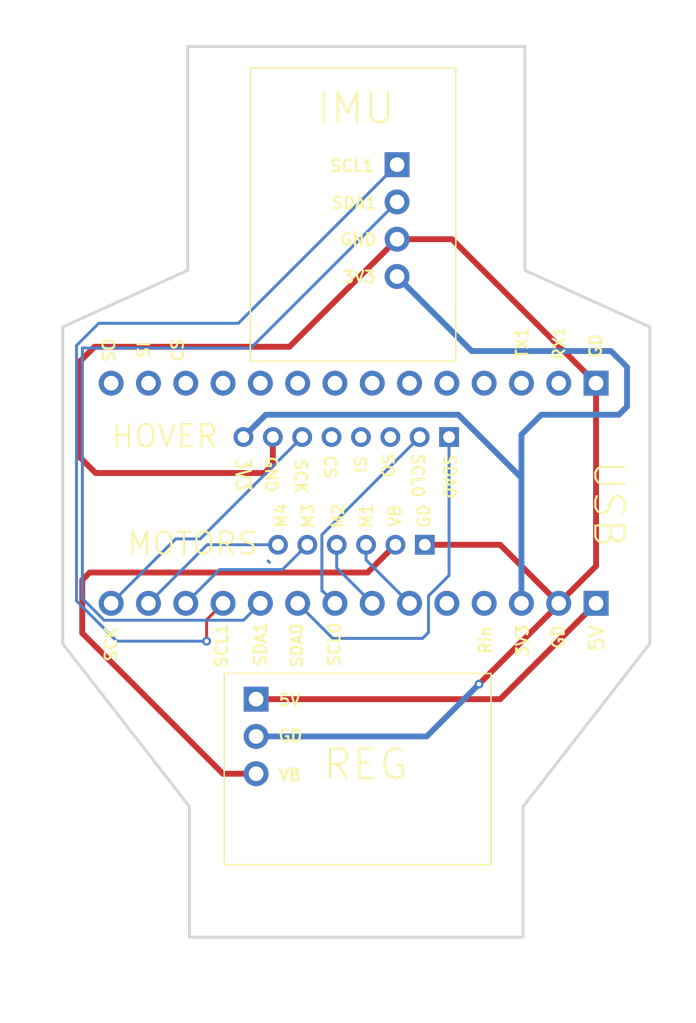
<source format=kicad_pcb>
(kicad_pcb (version 20241229) (generator "pcbnew") (generator_version "9.0")
  (layers (0 "F.Cu" signal) (2 "B.Cu" signal) (13 "F.Paste" user) (15 "B.Paste" user) (5 "F.SilkS" user "F.Silkscreen") (7 "B.SilkS" user "B.Silkscreen") (1 "F.Mask" user) (3 "B.Mask" user) (25 "Edge.Cuts" user))
  (net 0 "")
  (net 1 "/CS")
  (net 2 "/MOSI")
  (net 4 "/GND")
  (net 6 "/MISO")
  (net 7 "/3V3")
  (net 9 "/SCK")
  (net 10 "/RX1")
  (net 16 "/TX1")
  (net 17 "/5V")
  (net 18 "/SCL1")
  (net 19 "/SDA0")
  (net 20 "/SDA1")
  (net 21 "/SCL0")
  (net 22 "/VBAT")
  (net 23 "/M3")
  (net 24 "/M2")
  (net 25 "/M1")
  (net 26 "/M4")
  (net 28 "/Rin")
  (footprint "MountingHole:MountingHole_2.5mm" (layer "F.Cu") (at 136.75 60)
    (property "Reference" "H1" (hide yes))
    (property "Value" "MountingHole" (hide yes))
    (pad "" np_thru_hole circle (at 0 0) (size 2.5 2.5) (drill 2.5) (layers "*.Cu" "*.Mask"))
  )
  (footprint "Connector_PinHeader_2.00mm:PinHeader_1x06_P2.00mm_Vertical" (layer "F.Cu") (at 150.34 87.26 -90)
    (property "Reference" "J5" (hide yes))
    (property "Value" "Conn_01x06_Pin" (hide yes))
    (pad "1" thru_hole rect (at 0 0 270) (size 1.35 1.35) (drill 0.8) (layers "*.Cu" "*.Mask") (net 4 "/GND"))
    (pad "2" thru_hole circle (at 0 2 270) (size 1.35 1.35) (drill 0.8) (layers "*.Cu" "*.Mask") (net 22 "/VBAT"))
    (pad "3" thru_hole circle (at 0 4 270) (size 1.35 1.35) (drill 0.8) (layers "*.Cu" "*.Mask") (net 25 "/M1"))
    (pad "4" thru_hole circle (at 0 6 270) (size 1.35 1.35) (drill 0.8) (layers "*.Cu" "*.Mask") (net 24 "/M2"))
    (pad "5" thru_hole circle (at 0 8 270) (size 1.35 1.35) (drill 0.8) (layers "*.Cu" "*.Mask") (net 23 "/M3"))
    (pad "6" thru_hole circle (at 0 10 270) (size 1.35 1.35) (drill 0.8) (layers "*.Cu" "*.Mask") (net 26 "/M4"))
  )
  (footprint "MountingHole:MountingHole_2.5mm" (layer "F.Cu") (at 152.8 112.02)
    (property "Reference" "H3" (hide yes))
    (property "Value" "MountingHole" (hide yes))
    (pad "" np_thru_hole circle (at -0.125 0) (size 2.5 2.5) (drill 2.5) (layers "*.Cu" "*.Mask"))
  )
  (footprint "Connector_PinHeader_2.54mm:PinHeader_1x03_P2.54mm_Vertical" (layer "F.Cu") (at 138.85 97.78)
    (property "Reference" "J4" (hide yes))
    (property "Value" "Conn_01x03_Socket" (hide yes))
    (pad "1" thru_hole rect (at 0 0) (size 1.7 1.7) (drill 1) (layers "*.Cu" "*.Mask") (net 17 "/5V"))
    (pad "2" thru_hole circle (at 0 2.54) (size 1.7 1.7) (drill 1) (layers "*.Cu" "*.Mask") (net 4 "/GND"))
    (pad "3" thru_hole circle (at 0 5.08) (size 1.7 1.7) (drill 1) (layers "*.Cu" "*.Mask") (net 22 "/VBAT"))
  )
  (footprint "Connector_PinSocket_2.54mm:PinSocket_1x14_P2.54mm_Vertical" (layer "F.Cu") (at 162 76.25 -90)
    (property "Reference" "J1" (hide yes))
    (property "Value" "Conn_01x14_Socket" (hide yes))
    (pad "1" thru_hole rect (at 0 0 270) (size 1.7 1.7) (drill 1) (layers "*.Cu" "*.Mask") (net 4 "/GND"))
    (pad "2" thru_hole circle (at 0 2.54 270) (size 1.7 1.7) (drill 1) (layers "*.Cu" "*.Mask") (net 10 "/RX1"))
    (pad "3" thru_hole circle (at 0 5.08 270) (size 1.7 1.7) (drill 1) (layers "*.Cu" "*.Mask") (net 16 "/TX1"))
    (pad "4" thru_hole circle (at 0 7.62 270) (size 1.7 1.7) (drill 1) (layers "*.Cu" "*.Mask"))
    (pad "5" thru_hole circle (at 0 10.16 270) (size 1.7 1.7) (drill 1) (layers "*.Cu" "*.Mask"))
    (pad "6" thru_hole circle (at 0 12.7 270) (size 1.7 1.7) (drill 1) (layers "*.Cu" "*.Mask"))
    (pad "7" thru_hole circle (at 0 15.24 270) (size 1.7 1.7) (drill 1) (layers "*.Cu" "*.Mask"))
    (pad "8" thru_hole circle (at 0 17.78 270) (size 1.7 1.7) (drill 1) (layers "*.Cu" "*.Mask"))
    (pad "9" thru_hole circle (at 0 20.32 270) (size 1.7 1.7) (drill 1) (layers "*.Cu" "*.Mask"))
    (pad "10" thru_hole circle (at 0 22.86 270) (size 1.7 1.7) (drill 1) (layers "*.Cu" "*.Mask"))
    (pad "11" thru_hole circle (at 0 25.4 270) (size 1.7 1.7) (drill 1) (layers "*.Cu" "*.Mask"))
    (pad "12" thru_hole circle (at 0 27.94 270) (size 1.7 1.7) (drill 1) (layers "*.Cu" "*.Mask") (net 1 "/CS"))
    (pad "13" thru_hole circle (at 0 30.48 270) (size 1.7 1.7) (drill 1) (layers "*.Cu" "*.Mask") (net 2 "/MOSI"))
    (pad "14" thru_hole circle (at 0 33.02 270) (size 1.7 1.7) (drill 1) (layers "*.Cu" "*.Mask") (net 6 "/MISO"))
  )
  (footprint "Connector_PinHeader_2.54mm:PinHeader_1x04_P2.54mm_Vertical" (layer "F.Cu") (at 148.45 61.36)
    (property "Reference" "J3" (hide yes))
    (property "Value" "Conn_01x04_Socket" (hide yes))
    (pad "1" thru_hole rect (at 0 0) (size 1.7 1.7) (drill 1) (layers "*.Cu" "*.Mask") (net 18 "/SCL1"))
    (pad "2" thru_hole circle (at 0 2.54) (size 1.7 1.7) (drill 1) (layers "*.Cu" "*.Mask") (net 20 "/SDA1"))
    (pad "3" thru_hole circle (at 0 5.08) (size 1.7 1.7) (drill 1) (layers "*.Cu" "*.Mask") (net 4 "/GND"))
    (pad "4" thru_hole circle (at 0 7.62) (size 1.7 1.7) (drill 1) (layers "*.Cu" "*.Mask") (net 7 "/3V3"))
  )
  (footprint "Connector_PinSocket_2.00mm:PinSocket_1x08_P2.00mm_Vertical" (layer "F.Cu") (at 151.99 79.92 -90)
    (property "Reference" "J7" (hide yes))
    (property "Value" "Conn_01x08_Pin" (hide yes))
    (pad "1" thru_hole rect (at 0 0 270) (size 1.35 1.35) (drill 0.8) (layers "*.Cu" "*.Mask") (net 19 "/SDA0"))
    (pad "2" thru_hole circle (at 0 2 270) (size 1.35 1.35) (drill 0.8) (layers "*.Cu" "*.Mask") (net 21 "/SCL0"))
    (pad "3" thru_hole circle (at 0 4 270) (size 1.35 1.35) (drill 0.8) (layers "*.Cu" "*.Mask") (net 6 "/MISO"))
    (pad "4" thru_hole circle (at 0 6 270) (size 1.35 1.35) (drill 0.8) (layers "*.Cu" "*.Mask") (net 2 "/MOSI"))
    (pad "5" thru_hole circle (at 0 8 270) (size 1.35 1.35) (drill 0.8) (layers "*.Cu" "*.Mask") (net 1 "/CS"))
    (pad "6" thru_hole circle (at 0 10 270) (size 1.35 1.35) (drill 0.8) (layers "*.Cu" "*.Mask") (net 9 "/SCK"))
    (pad "7" thru_hole circle (at 0 12 270) (size 1.35 1.35) (drill 0.8) (layers "*.Cu" "*.Mask") (net 4 "/GND"))
    (pad "8" thru_hole circle (at 0 14 270) (size 1.35 1.35) (drill 0.8) (layers "*.Cu" "*.Mask") (net 7 "/3V3"))
  )
  (footprint "Connector_PinSocket_2.54mm:PinSocket_1x14_P2.54mm_Vertical" (layer "F.Cu") (at 162 91.25 -90)
    (property "Reference" "J2" (hide yes))
    (property "Value" "Conn_01x14_Socket" (hide yes))
    (pad "1" thru_hole rect (at 0 0 270) (size 1.7 1.7) (drill 1) (layers "*.Cu" "*.Mask") (net 17 "/5V"))
    (pad "2" thru_hole circle (at 0 2.54 270) (size 1.7 1.7) (drill 1) (layers "*.Cu" "*.Mask") (net 4 "/GND"))
    (pad "3" thru_hole circle (at 0 5.08 270) (size 1.7 1.7) (drill 1) (layers "*.Cu" "*.Mask") (net 7 "/3V3"))
    (pad "4" thru_hole circle (at 0 7.62 270) (size 1.7 1.7) (drill 1) (layers "*.Cu" "*.Mask") (net 28 "/Rin"))
    (pad "5" thru_hole circle (at 0 10.16 270) (size 1.7 1.7) (drill 1) (layers "*.Cu" "*.Mask"))
    (pad "6" thru_hole circle (at 0 12.7 270) (size 1.7 1.7) (drill 1) (layers "*.Cu" "*.Mask") (net 25 "/M1"))
    (pad "7" thru_hole circle (at 0 15.24 270) (size 1.7 1.7) (drill 1) (layers "*.Cu" "*.Mask") (net 24 "/M2"))
    (pad "8" thru_hole circle (at 0 17.78 270) (size 1.7 1.7) (drill 1) (layers "*.Cu" "*.Mask") (net 21 "/SCL0"))
    (pad "9" thru_hole circle (at 0 20.32 270) (size 1.7 1.7) (drill 1) (layers "*.Cu" "*.Mask") (net 19 "/SDA0"))
    (pad "10" thru_hole circle (at 0 22.86 270) (size 1.7 1.7) (drill 1) (layers "*.Cu" "*.Mask") (net 20 "/SDA1"))
    (pad "11" thru_hole circle (at 0 25.4 270) (size 1.7 1.7) (drill 1) (layers "*.Cu" "*.Mask") (net 18 "/SCL1"))
    (pad "12" thru_hole circle (at 0 27.94 270) (size 1.7 1.7) (drill 1) (layers "*.Cu" "*.Mask") (net 23 "/M3"))
    (pad "13" thru_hole circle (at 0 30.48 270) (size 1.7 1.7) (drill 1) (layers "*.Cu" "*.Mask") (net 26 "/M4"))
    (pad "14" thru_hole circle (at 0 33.02 270) (size 1.7 1.7) (drill 1) (layers "*.Cu" "*.Mask") (net 9 "/SCK"))
  )
  (footprint "MountingHole:MountingHole_2.5mm" (layer "F.Cu") (at 154.75 60)
    (property "Reference" "H2" (hide yes))
    (property "Value" "MountingHole" (hide yes))
    (pad "" np_thru_hole circle (at -0.125 0) (size 2.5 2.5) (drill 2.5) (layers "*.Cu" "*.Mask"))
  )
  (footprint "MountingHole:MountingHole_2.5mm" (layer "F.Cu") (at 139.3 112.02)
    (property "Reference" "H4" (hide yes))
    (property "Value" "MountingHole" (hide yes))
    (pad "" np_thru_hole circle (at 0 0) (size 2.5 2.5) (drill 2.5) (layers "*.Cu" "*.Mask"))
  )
  (gr_rect (start 138.45 54.76) (end 152.45 74.76) (stroke (width 0.1)) (fill no) (layer "F.SilkS"))
  (gr_rect (start 136.68 96.03) (end 154.85 109.05) (stroke (width 0.1)) (fill no) (layer "F.SilkS"))
  (gr_line (start 134.31 114) (end 157.03 114) (stroke (width 0.2)) (layer "Edge.Cuts"))
  (gr_line (start 134.19 68.56) (end 125.68 72.42) (stroke (width 0.2)) (layer "Edge.Cuts"))
  (gr_line (start 134.19 53.31) (end 134.19 68.56) (stroke (width 0.2)) (layer "Edge.Cuts"))
  (gr_line (start 165.66 94) (end 157.03 105.099139) (stroke (width 0.2)) (layer "Edge.Cuts"))
  (gr_line (start 165.66 72.42) (end 165.66 94) (stroke (width 0.2)) (layer "Edge.Cuts"))
  (gr_line (start 125.68 94) (end 134.31 105.099139) (stroke (width 0.2)) (layer "Edge.Cuts"))
  (gr_line (start 157.15 53.31) (end 157.15 68.56) (stroke (width 0.2)) (layer "Edge.Cuts"))
  (gr_line (start 125.68 72.42) (end 125.68 94) (stroke (width 0.2)) (layer "Edge.Cuts"))
  (gr_line (start 134.19 53.31) (end 157.15 53.31) (stroke (width 0.2)) (layer "Edge.Cuts"))
  (gr_line (start 157.03 105.099139) (end 157.03 114) (stroke (width 0.2)) (layer "Edge.Cuts"))
  (gr_line (start 134.31 105.099139) (end 134.31 114) (stroke (width 0.2)) (layer "Edge.Cuts"))
  (gr_line (start 157.15 68.56) (end 165.66 72.42) (stroke (width 0.2)) (layer "Edge.Cuts"))
  (gr_text "SCK" (at 129.44 95.3 90) (layer "F.SilkS") (effects (font (size 0.8 0.8)) (justify left bottom)))
  (gr_text "SDA0" (at 142.1 95.73 90) (layer "F.SilkS") (effects (font (size 0.8 0.8)) (justify left bottom)))
  (gr_text "3V3" (at 157.46 95.02 90) (layer "F.SilkS") (effects (font (size 0.8 0.8)) (justify left bottom)))
  (gr_text "GND" (at 139.41 81.15 270) (layer "F.SilkS") (effects (font (size 0.8 0.8)) (justify left bottom)))
  (gr_text "SCL0" (at 144.64 95.63 90) (layer "F.SilkS") (effects (font (size 0.8 0.8)) (justify left bottom)))
  (gr_text "SI" (at 145.45 81.14 270) (layer "F.SilkS") (effects (font (size 0.8 0.8)) (justify left bottom)))
  (gr_text "CS" (at 133.975 74.875 90) (layer "F.SilkS") (effects (font (size 0.8 0.8)) (justify left bottom)))
  (gr_text "USB" (at 161.7 81.375 270) (layer "F.SilkS") (effects (font (size 2 2)) (justify left bottom)))
  (gr_text "M3" (at 142.86 86.23 90) (layer "F.SilkS") (effects (font (size 0.8 0.8)) (justify left bottom)))
  (gr_text "SCL1" (at 143.81 61.91 0) (layer "F.SilkS") (effects (font (size 0.8 0.8)) (justify left bottom)))
  (gr_text "3V3" (at 137.37 81.27 270) (layer "F.SilkS") (effects (font (size 1 0.8)) (justify left bottom)))
  (gr_text "VB" (at 140.31 103.42 0) (layer "F.SilkS") (effects (font (size 0.8 0.8)) (justify left bottom)))
  (gr_text "SDA1" (at 143.93 64.45 0) (layer "F.SilkS") (effects (font (size 0.8 0.8)) (justify left bottom)))
  (gr_text "RX1" (at 159.95 74.77 90) (layer "F.SilkS") (effects (font (size 0.8 0.8)) (justify left bottom)))
  (gr_text "GD" (at 162.44 74.61 90) (layer "F.SilkS") (effects (font (size 0.8 0.8)) (justify left bottom)))
  (gr_text "TX1" (at 157.44 74.66 90) (layer "F.SilkS") (effects (font (size 0.8 0.8)) (justify left bottom)))
  (gr_text "SI" (at 131.675 74.65 90) (layer "F.SilkS") (effects (font (size 0.8 0.8)) (justify left bottom)))
  (gr_text "SCL0" (at 149.38 80.95 270) (layer "F.SilkS") (effects (font (size 0.8 0.8)) (justify left bottom)))
  (gr_text "REG" (at 143.31 103.39 0) (layer "F.SilkS") (effects (font (size 2 2)) (justify left bottom)))
  (gr_text "SCK" (at 141.41 81.33 270) (layer "F.SilkS") (effects (font (size 0.8 0.8)) (justify left bottom)))
  (gr_text "GD" (at 150.75 86.21 90) (layer "F.SilkS") (effects (font (size 0.8 0.8)) (justify left bottom)))
  (gr_text "SDA1" (at 139.62 95.63 90) (layer "F.SilkS") (effects (font (size 0.8 0.8)) (justify left bottom)))
  (gr_text "VB" (at 148.77 86.13 90) (layer "F.SilkS") (effects (font (size 0.8 0.8)) (justify left bottom)))
  (gr_text "5V" (at 140.31 98.34 0) (layer "F.SilkS") (effects (font (size 0.8 0.8)) (justify left bottom)))
  (gr_text "CS" (at 143.42 81.07 270) (layer "F.SilkS") (effects (font (size 0.8 0.8)) (justify left bottom)))
  (gr_text "GD" (at 140.29 100.75 0) (layer "F.SilkS") (effects (font (size 0.8 0.8)) (justify left bottom)))
  (gr_text "3V3" (at 144.67 69.48 0) (layer "F.SilkS") (effects (font (size 0.8 0.8)) (justify left bottom)))
  (gr_text "SO" (at 129.3 74.9 90) (layer "F.SilkS") (effects (font (size 0.8 0.8)) (justify left bottom)))
  (gr_text "GND" (at 144.49 66.94 0) (layer "F.SilkS") (effects (font (size 0.8 0.8)) (justify left bottom)))
  (gr_text "5V" (at 162.625 94.625 90) (layer "F.SilkS") (effects (font (size 1 1)) (justify left bottom)))
  (gr_text "M4" (at 141.035 86.215 90) (layer "F.SilkS") (effects (font (size 0.8 0.8)) (justify left bottom)))
  (gr_text "IMU" (at 142.87 58.69 0) (layer "F.SilkS") (effects (font (size 2 2)) (justify left bottom)))
  (gr_text "GD" (at 159.9 94.44 90) (layer "F.SilkS") (effects (font (size 0.8 0.8)) (justify left bottom)))
  (gr_text "HOVER" (at 128.89 80.74 0) (layer "F.SilkS") (effects (font (size 1.5 1.5)) (justify left bottom)))
  (gr_text "M2" (at 144.89 86.23 90) (layer "F.SilkS") (effects (font (size 0.8 0.8)) (justify left bottom)))
  (gr_text "Rin" (at 154.93 94.8 90) (layer "F.SilkS") (effects (font (size 0.8 0.8)) (justify left bottom)))
  (gr_text "SO" (at 147.33 80.95 270) (layer "F.SilkS") (effects (font (size 0.8 0.8)) (justify left bottom)))
  (gr_text "SCL1" (at 136.97 95.71 90) (layer "F.SilkS") (effects (font (size 0.8 0.8)) (justify left bottom)))
  (gr_text "MOTORS" (at 129.975 88.055 0) (layer "F.SilkS") (effects (font (size 1.5 1.5)) (justify left bottom)))
  (gr_text "M1" (at 146.84 86.23 90) (layer "F.SilkS") (effects (font (size 0.8 0.8)) (justify left bottom)))
  (gr_text "SDA0" (at 151.54 81 270) (layer "F.SilkS") (effects (font (size 0.8 0.8)) (justify left bottom)))
  (segment (start 139.667997 88.365) (end 139.757997 88.455) (width 0.2) (layer "B.Cu") (net 0))
  (segment (start 162 76.25) (end 162 88.71) (width 0.4) (layer "F.Cu") (net 4))
  (segment (start 148.45 66.44) (end 141.12 73.77) (width 0.4) (layer "F.Cu") (net 4))
  (segment (start 140.03 81.76) (end 139.99 81.72) (width 0.4) (layer "F.Cu") (net 4))
  (segment (start 141.12 73.77) (end 127.85 73.77) (width 0.4) (layer "F.Cu") (net 4))
  (segment (start 139.42 82.37) (end 140.03 81.76) (width 0.4) (layer "F.Cu") (net 4))
  (segment (start 139.99 81.72) (end 139.99 79.92) (width 0.4) (layer "F.Cu") (net 4))
  (segment (start 127.85 73.77) (end 126.84 74.78) (width 0.4) (layer "F.Cu") (net 4))
  (segment (start 126.84 74.78) (end 126.84 81.29) (width 0.4) (layer "F.Cu") (net 4))
  (segment (start 162 88.71) (end 159.46 91.25) (width 0.4) (layer "F.Cu") (net 4))
  (segment (start 159.46 91.33) (end 154.23 96.56) (width 0.4) (layer "F.Cu") (net 4))
  (segment (start 155.47 87.26) (end 150.34 87.26) (width 0.4) (layer "F.Cu") (net 4))
  (segment (start 148.45 66.44) (end 152.19 66.44) (width 0.4) (layer "F.Cu") (net 4))
  (segment (start 126.84 81.29) (end 127.92 82.37) (width 0.4) (layer "F.Cu") (net 4))
  (segment (start 152.19 66.44) (end 162 76.25) (width 0.4) (layer "F.Cu") (net 4))
  (segment (start 127.92 82.37) (end 139.42 82.37) (width 0.4) (layer "F.Cu") (net 4))
  (segment (start 159.46 91.25) (end 159.46 91.33) (width 0.4) (layer "F.Cu") (net 4))
  (segment (start 159.46 91.25) (end 155.47 87.26) (width 0.4) (layer "F.Cu") (net 4))
  (via (at 154.03 96.76) (size 0.6) (drill 0.3) (layers "F.Cu" "B.Cu") (net 4))
  (segment (start 138.85 100.32) (end 150.47 100.32) (width 0.4) (layer "B.Cu") (net 4))
  (segment (start 150.47 100.32) (end 154.03 96.76) (width 0.4) (layer "B.Cu") (net 4))
  (segment (start 163.55 78.4) (end 158.27 78.4) (width 0.4) (layer "B.Cu") (net 7))
  (segment (start 158.27 78.4) (end 156.92 79.75) (width 0.4) (layer "B.Cu") (net 7))
  (segment (start 139.51 78.4) (end 152.622 78.4) (width 0.4) (layer "B.Cu") (net 7))
  (segment (start 137.99 79.92) (end 139.51 78.4) (width 0.4) (layer "B.Cu") (net 7))
  (segment (start 156.92 82.698) (end 156.92 91.25) (width 0.4) (layer "B.Cu") (net 7))
  (segment (start 156.92 79.75) (end 156.92 82.698) (width 0.4) (layer "B.Cu") (net 7))
  (segment (start 152.622 78.4) (end 156.92 82.698) (width 0.4) (layer "B.Cu") (net 7))
  (segment (start 153.53 74.06) (end 163.02 74.06) (width 0.4) (layer "B.Cu") (net 7))
  (segment (start 148.45 68.98) (end 153.53 74.06) (width 0.4) (layer "B.Cu") (net 7))
  (segment (start 163.02 74.06) (end 164.11 75.15) (width 0.4) (layer "B.Cu") (net 7))
  (segment (start 164.11 77.84) (end 163.55 78.4) (width 0.4) (layer "B.Cu") (net 7))
  (segment (start 164.11 75.15) (end 164.11 77.84) (width 0.4) (layer "B.Cu") (net 7))
  (segment (start 133.371 86.859) (end 135.051 86.859) (width 0.2) (layer "B.Cu") (net 9))
  (segment (start 135.051 86.859) (end 141.99 79.92) (width 0.2) (layer "B.Cu") (net 9))
  (segment (start 128.98 91.25) (end 133.371 86.859) (width 0.2) (layer "B.Cu") (net 9))
  (segment (start 162 91.25) (end 155.47 97.78) (width 0.4) (layer "F.Cu") (net 17))
  (segment (start 155.47 97.78) (end 138.85 97.78) (width 0.4) (layer "F.Cu") (net 17))
  (segment (start 135.48 93.83) (end 135.48 92.37) (width 0.2) (layer "F.Cu") (net 18))
  (segment (start 135.48 92.37) (end 136.6 91.25) (width 0.2) (layer "F.Cu") (net 18))
  (via (at 135.48 93.83) (size 0.6) (drill 0.3) (layers "F.Cu" "B.Cu") (net 18))
  (segment (start 137.64 72.17) (end 128.1329 72.17) (width 0.2) (layer "B.Cu") (net 18))
  (segment (start 148.45 61.36) (end 137.64 72.17) (width 0.2) (layer "B.Cu") (net 18))
  (segment (start 128.1329 72.17) (end 126.619 73.6839) (width 0.2) (layer "B.Cu") (net 18))
  (segment (start 126.619 73.6839) (end 126.619 91.08386) (width 0.2) (layer "B.Cu") (net 18))
  (segment (start 126.619 91.08386) (end 129.36514 93.83) (width 0.2) (layer "B.Cu") (net 18))
  (segment (start 129.36514 93.83) (end 135.48 93.83) (width 0.2) (layer "B.Cu") (net 18))
  (segment (start 144.07 93.64) (end 150.18288 93.64) (width 0.2) (layer "B.Cu") (net 19))
  (segment (start 150.59 90.74712) (end 151.99 89.34712) (width 0.2) (layer "B.Cu") (net 19))
  (segment (start 151.99 89.34712) (end 151.99 79.92) (width 0.2) (layer "B.Cu") (net 19))
  (segment (start 141.68 91.25) (end 144.07 93.64) (width 0.2) (layer "B.Cu") (net 19))
  (segment (start 150.59 93.23288) (end 150.59 90.74712) (width 0.2) (layer "B.Cu") (net 19))
  (segment (start 150.18288 93.64) (end 150.59 93.23288) (width 0.2) (layer "B.Cu") (net 19))
  (segment (start 148.45 63.9) (end 138.5 73.85) (width 0.2) (layer "B.Cu") (net 20))
  (segment (start 128.50324 92.401) (end 137.989 92.401) (width 0.2) (layer "B.Cu") (net 20))
  (segment (start 127.02 90.91776) (end 128.50324 92.401) (width 0.2) (layer "B.Cu") (net 20))
  (segment (start 138.5 73.85) (end 127.02 73.85) (width 0.2) (layer "B.Cu") (net 20))
  (segment (start 127.02 73.85) (end 127.02 90.91776) (width 0.2) (layer "B.Cu") (net 20))
  (segment (start 137.989 92.401) (end 139.14 91.25) (width 0.2) (layer "B.Cu") (net 20))
  (segment (start 143.33 86.566) (end 143.33 90.414) (width 0.2) (layer "B.Cu") (net 21))
  (segment (start 149.99 79.92) (end 143.364 86.546) (width 0.2) (layer "B.Cu") (net 21))
  (segment (start 143.364 90.394) (end 144.22 91.25) (width 0.2) (layer "B.Cu") (net 21))
  (segment (start 146.45 89.15) (end 127.52 89.15) (width 0.4) (layer "F.Cu") (net 22))
  (segment (start 148.34 87.26) (end 146.45 89.15) (width 0.4) (layer "F.Cu") (net 22))
  (segment (start 136.59 102.86) (end 138.85 102.86) (width 0.4) (layer "F.Cu") (net 22))
  (segment (start 127.52 89.15) (end 127.01 89.66) (width 0.4) (layer "F.Cu") (net 22))
  (segment (start 127.01 93.28) (end 136.59 102.86) (width 0.4) (layer "F.Cu") (net 22))
  (segment (start 127.01 89.66) (end 127.01 93.28) (width 0.4) (layer "F.Cu") (net 22))
  (segment (start 136.36 88.95) (end 134.06 91.25) (width 0.2) (layer "B.Cu") (net 23))
  (segment (start 140.65 88.95) (end 136.36 88.95) (width 0.2) (layer "B.Cu") (net 23))
  (segment (start 142.34 87.26) (end 140.65 88.95) (width 0.2) (layer "B.Cu") (net 23))
  (segment (start 144.34 87.26) (end 144.34 88.83) (width 0.2) (layer "B.Cu") (net 24))
  (segment (start 144.34 88.83) (end 146.76 91.25) (width 0.2) (layer "B.Cu") (net 24))
  (segment (start 146.34 87.26) (end 146.34 88.29) (width 0.2) (layer "B.Cu") (net 25))
  (segment (start 146.34 88.29) (end 149.3 91.25) (width 0.2) (layer "B.Cu") (net 25))
  (segment (start 140.34 87.26) (end 135.51 87.26) (width 0.2) (layer "B.Cu") (net 26))
  (segment (start 135.51 87.26) (end 131.52 91.25) (width 0.2) (layer "B.Cu") (net 26))
)
</source>
